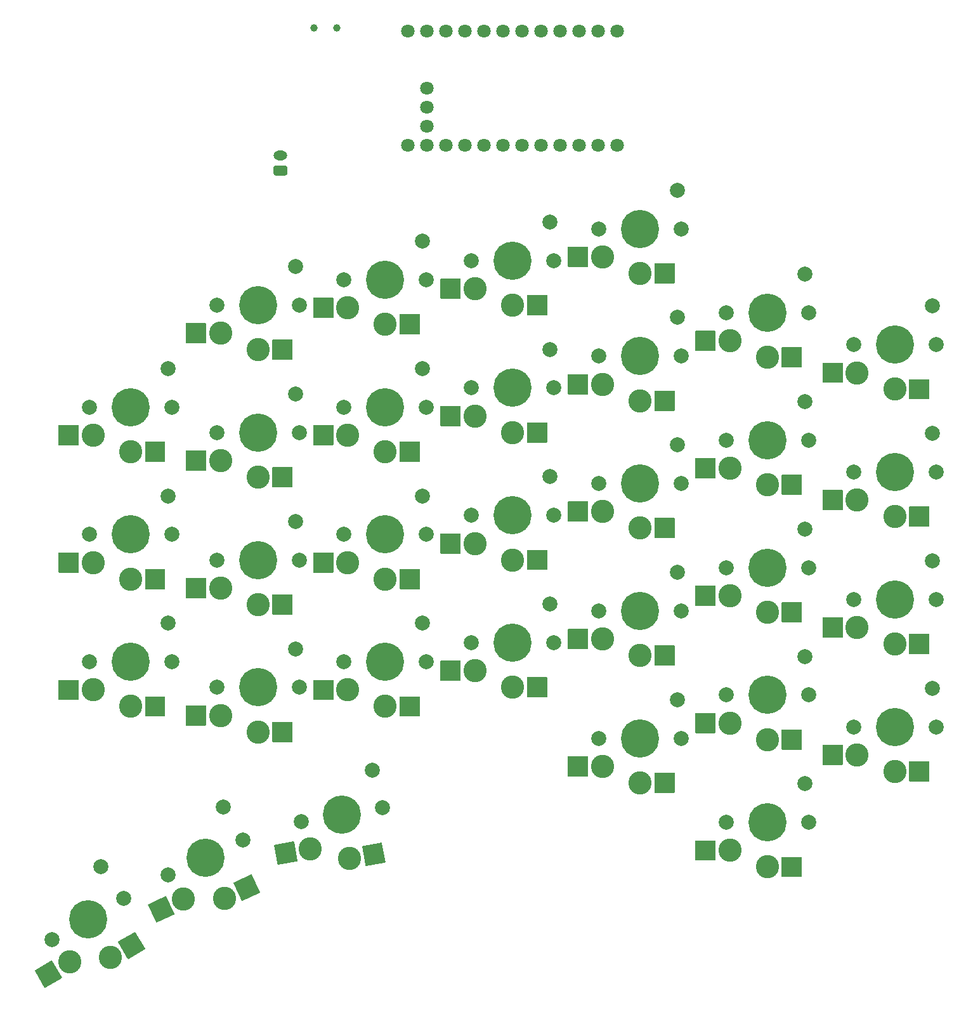
<source format=gbs>
G04 #@! TF.GenerationSoftware,KiCad,Pcbnew,9.0.7+1*
G04 #@! TF.CreationDate,2026-02-15T05:04:06+00:00*
G04 #@! TF.ProjectId,right_pcb,72696768-745f-4706-9362-2e6b69636164,v0.2*
G04 #@! TF.SameCoordinates,Original*
G04 #@! TF.FileFunction,Soldermask,Bot*
G04 #@! TF.FilePolarity,Negative*
%FSLAX46Y46*%
G04 Gerber Fmt 4.6, Leading zero omitted, Abs format (unit mm)*
G04 Created by KiCad (PCBNEW 9.0.7+1) date 2026-02-15 05:04:06*
%MOMM*%
%LPD*%
G01*
G04 APERTURE LIST*
%ADD10C,5.100000*%
%ADD11C,2.000000*%
%ADD12C,3.100000*%
%ADD13C,1.800000*%
%ADD14O,1.850000X1.300000*%
%ADD15C,1.000000*%
G04 APERTURE END LIST*
D10*
X305000000Y-133000000D03*
D11*
X299500000Y-133000000D03*
X310500000Y-133000000D03*
X310000000Y-127850000D03*
D12*
X305000000Y-138950000D03*
G36*
G01*
X309625000Y-137650000D02*
X309625000Y-140250000D01*
G75*
G02*
X309575000Y-140300000I-50000J0D01*
G01*
X306975000Y-140300000D01*
G75*
G02*
X306925000Y-140250000I0J50000D01*
G01*
X306925000Y-137650000D01*
G75*
G02*
X306975000Y-137600000I50000J0D01*
G01*
X309575000Y-137600000D01*
G75*
G02*
X309625000Y-137650000I0J-50000D01*
G01*
G37*
G36*
G01*
X298075000Y-135450000D02*
X298075000Y-138050000D01*
G75*
G02*
X298025000Y-138100000I-50000J0D01*
G01*
X295425000Y-138100000D01*
G75*
G02*
X295375000Y-138050000I0J50000D01*
G01*
X295375000Y-135450000D01*
G75*
G02*
X295425000Y-135400000I50000J0D01*
G01*
X298025000Y-135400000D01*
G75*
G02*
X298075000Y-135450000I0J-50000D01*
G01*
G37*
X300000000Y-136750000D03*
D10*
X305000000Y-116000000D03*
D11*
X299500000Y-116000000D03*
X310500000Y-116000000D03*
X310000000Y-110850000D03*
D12*
X305000000Y-121950000D03*
G36*
G01*
X309625000Y-120650000D02*
X309625000Y-123250000D01*
G75*
G02*
X309575000Y-123300000I-50000J0D01*
G01*
X306975000Y-123300000D01*
G75*
G02*
X306925000Y-123250000I0J50000D01*
G01*
X306925000Y-120650000D01*
G75*
G02*
X306975000Y-120600000I50000J0D01*
G01*
X309575000Y-120600000D01*
G75*
G02*
X309625000Y-120650000I0J-50000D01*
G01*
G37*
G36*
G01*
X298075000Y-118450000D02*
X298075000Y-121050000D01*
G75*
G02*
X298025000Y-121100000I-50000J0D01*
G01*
X295425000Y-121100000D01*
G75*
G02*
X295375000Y-121050000I0J50000D01*
G01*
X295375000Y-118450000D01*
G75*
G02*
X295425000Y-118400000I50000J0D01*
G01*
X298025000Y-118400000D01*
G75*
G02*
X298075000Y-118450000I0J-50000D01*
G01*
G37*
X300000000Y-119750000D03*
D10*
X305000000Y-99000000D03*
D11*
X299500000Y-99000000D03*
X310500000Y-99000000D03*
X310000000Y-93850000D03*
D12*
X305000000Y-104950000D03*
G36*
G01*
X309625000Y-103650000D02*
X309625000Y-106250000D01*
G75*
G02*
X309575000Y-106300000I-50000J0D01*
G01*
X306975000Y-106300000D01*
G75*
G02*
X306925000Y-106250000I0J50000D01*
G01*
X306925000Y-103650000D01*
G75*
G02*
X306975000Y-103600000I50000J0D01*
G01*
X309575000Y-103600000D01*
G75*
G02*
X309625000Y-103650000I0J-50000D01*
G01*
G37*
G36*
G01*
X298075000Y-101450000D02*
X298075000Y-104050000D01*
G75*
G02*
X298025000Y-104100000I-50000J0D01*
G01*
X295425000Y-104100000D01*
G75*
G02*
X295375000Y-104050000I0J50000D01*
G01*
X295375000Y-101450000D01*
G75*
G02*
X295425000Y-101400000I50000J0D01*
G01*
X298025000Y-101400000D01*
G75*
G02*
X298075000Y-101450000I0J-50000D01*
G01*
G37*
X300000000Y-102750000D03*
D10*
X305000000Y-82000000D03*
D11*
X299500000Y-82000000D03*
X310500000Y-82000000D03*
X310000000Y-76850000D03*
D12*
X305000000Y-87950000D03*
G36*
G01*
X309625000Y-86650000D02*
X309625000Y-89250000D01*
G75*
G02*
X309575000Y-89300000I-50000J0D01*
G01*
X306975000Y-89300000D01*
G75*
G02*
X306925000Y-89250000I0J50000D01*
G01*
X306925000Y-86650000D01*
G75*
G02*
X306975000Y-86600000I50000J0D01*
G01*
X309575000Y-86600000D01*
G75*
G02*
X309625000Y-86650000I0J-50000D01*
G01*
G37*
G36*
G01*
X298075000Y-84450000D02*
X298075000Y-87050000D01*
G75*
G02*
X298025000Y-87100000I-50000J0D01*
G01*
X295425000Y-87100000D01*
G75*
G02*
X295375000Y-87050000I0J50000D01*
G01*
X295375000Y-84450000D01*
G75*
G02*
X295425000Y-84400000I50000J0D01*
G01*
X298025000Y-84400000D01*
G75*
G02*
X298075000Y-84450000I0J-50000D01*
G01*
G37*
X300000000Y-85750000D03*
D10*
X288000000Y-145750000D03*
D11*
X282500000Y-145750000D03*
X293500000Y-145750000D03*
X293000000Y-140600000D03*
D12*
X288000000Y-151700000D03*
G36*
G01*
X292625000Y-150400000D02*
X292625000Y-153000000D01*
G75*
G02*
X292575000Y-153050000I-50000J0D01*
G01*
X289975000Y-153050000D01*
G75*
G02*
X289925000Y-153000000I0J50000D01*
G01*
X289925000Y-150400000D01*
G75*
G02*
X289975000Y-150350000I50000J0D01*
G01*
X292575000Y-150350000D01*
G75*
G02*
X292625000Y-150400000I0J-50000D01*
G01*
G37*
G36*
G01*
X281075000Y-148200000D02*
X281075000Y-150800000D01*
G75*
G02*
X281025000Y-150850000I-50000J0D01*
G01*
X278425000Y-150850000D01*
G75*
G02*
X278375000Y-150800000I0J50000D01*
G01*
X278375000Y-148200000D01*
G75*
G02*
X278425000Y-148150000I50000J0D01*
G01*
X281025000Y-148150000D01*
G75*
G02*
X281075000Y-148200000I0J-50000D01*
G01*
G37*
X283000000Y-149500000D03*
D10*
X288000000Y-128750000D03*
D11*
X282500000Y-128750000D03*
X293500000Y-128750000D03*
X293000000Y-123600000D03*
D12*
X288000000Y-134700000D03*
G36*
G01*
X292625000Y-133400000D02*
X292625000Y-136000000D01*
G75*
G02*
X292575000Y-136050000I-50000J0D01*
G01*
X289975000Y-136050000D01*
G75*
G02*
X289925000Y-136000000I0J50000D01*
G01*
X289925000Y-133400000D01*
G75*
G02*
X289975000Y-133350000I50000J0D01*
G01*
X292575000Y-133350000D01*
G75*
G02*
X292625000Y-133400000I0J-50000D01*
G01*
G37*
G36*
G01*
X281075000Y-131200000D02*
X281075000Y-133800000D01*
G75*
G02*
X281025000Y-133850000I-50000J0D01*
G01*
X278425000Y-133850000D01*
G75*
G02*
X278375000Y-133800000I0J50000D01*
G01*
X278375000Y-131200000D01*
G75*
G02*
X278425000Y-131150000I50000J0D01*
G01*
X281025000Y-131150000D01*
G75*
G02*
X281075000Y-131200000I0J-50000D01*
G01*
G37*
X283000000Y-132500000D03*
D10*
X288000000Y-111750000D03*
D11*
X282500000Y-111750000D03*
X293500000Y-111750000D03*
X293000000Y-106600000D03*
D12*
X288000000Y-117700000D03*
G36*
G01*
X292625000Y-116400000D02*
X292625000Y-119000000D01*
G75*
G02*
X292575000Y-119050000I-50000J0D01*
G01*
X289975000Y-119050000D01*
G75*
G02*
X289925000Y-119000000I0J50000D01*
G01*
X289925000Y-116400000D01*
G75*
G02*
X289975000Y-116350000I50000J0D01*
G01*
X292575000Y-116350000D01*
G75*
G02*
X292625000Y-116400000I0J-50000D01*
G01*
G37*
G36*
G01*
X281075000Y-114200000D02*
X281075000Y-116800000D01*
G75*
G02*
X281025000Y-116850000I-50000J0D01*
G01*
X278425000Y-116850000D01*
G75*
G02*
X278375000Y-116800000I0J50000D01*
G01*
X278375000Y-114200000D01*
G75*
G02*
X278425000Y-114150000I50000J0D01*
G01*
X281025000Y-114150000D01*
G75*
G02*
X281075000Y-114200000I0J-50000D01*
G01*
G37*
X283000000Y-115500000D03*
D10*
X288000000Y-94750000D03*
D11*
X282500000Y-94750000D03*
X293500000Y-94750000D03*
X293000000Y-89600000D03*
D12*
X288000000Y-100700000D03*
G36*
G01*
X292625000Y-99400000D02*
X292625000Y-102000000D01*
G75*
G02*
X292575000Y-102050000I-50000J0D01*
G01*
X289975000Y-102050000D01*
G75*
G02*
X289925000Y-102000000I0J50000D01*
G01*
X289925000Y-99400000D01*
G75*
G02*
X289975000Y-99350000I50000J0D01*
G01*
X292575000Y-99350000D01*
G75*
G02*
X292625000Y-99400000I0J-50000D01*
G01*
G37*
G36*
G01*
X281075000Y-97200000D02*
X281075000Y-99800000D01*
G75*
G02*
X281025000Y-99850000I-50000J0D01*
G01*
X278425000Y-99850000D01*
G75*
G02*
X278375000Y-99800000I0J50000D01*
G01*
X278375000Y-97200000D01*
G75*
G02*
X278425000Y-97150000I50000J0D01*
G01*
X281025000Y-97150000D01*
G75*
G02*
X281075000Y-97200000I0J-50000D01*
G01*
G37*
X283000000Y-98500000D03*
D10*
X288000000Y-77750000D03*
D11*
X282500000Y-77750000D03*
X293500000Y-77750000D03*
X293000000Y-72600000D03*
D12*
X288000000Y-83700000D03*
G36*
G01*
X292625000Y-82400000D02*
X292625000Y-85000000D01*
G75*
G02*
X292575000Y-85050000I-50000J0D01*
G01*
X289975000Y-85050000D01*
G75*
G02*
X289925000Y-85000000I0J50000D01*
G01*
X289925000Y-82400000D01*
G75*
G02*
X289975000Y-82350000I50000J0D01*
G01*
X292575000Y-82350000D01*
G75*
G02*
X292625000Y-82400000I0J-50000D01*
G01*
G37*
G36*
G01*
X281075000Y-80200000D02*
X281075000Y-82800000D01*
G75*
G02*
X281025000Y-82850000I-50000J0D01*
G01*
X278425000Y-82850000D01*
G75*
G02*
X278375000Y-82800000I0J50000D01*
G01*
X278375000Y-80200000D01*
G75*
G02*
X278425000Y-80150000I50000J0D01*
G01*
X281025000Y-80150000D01*
G75*
G02*
X281075000Y-80200000I0J-50000D01*
G01*
G37*
X283000000Y-81500000D03*
D10*
X271000000Y-134530000D03*
D11*
X265500000Y-134530000D03*
X276500000Y-134530000D03*
X276000000Y-129380000D03*
D12*
X271000000Y-140480000D03*
G36*
G01*
X275625000Y-139180000D02*
X275625000Y-141780000D01*
G75*
G02*
X275575000Y-141830000I-50000J0D01*
G01*
X272975000Y-141830000D01*
G75*
G02*
X272925000Y-141780000I0J50000D01*
G01*
X272925000Y-139180000D01*
G75*
G02*
X272975000Y-139130000I50000J0D01*
G01*
X275575000Y-139130000D01*
G75*
G02*
X275625000Y-139180000I0J-50000D01*
G01*
G37*
G36*
G01*
X264075000Y-136980000D02*
X264075000Y-139580000D01*
G75*
G02*
X264025000Y-139630000I-50000J0D01*
G01*
X261425000Y-139630000D01*
G75*
G02*
X261375000Y-139580000I0J50000D01*
G01*
X261375000Y-136980000D01*
G75*
G02*
X261425000Y-136930000I50000J0D01*
G01*
X264025000Y-136930000D01*
G75*
G02*
X264075000Y-136980000I0J-50000D01*
G01*
G37*
X266000000Y-138280000D03*
D10*
X271000000Y-117530000D03*
D11*
X265500000Y-117530000D03*
X276500000Y-117530000D03*
X276000000Y-112380000D03*
D12*
X271000000Y-123480000D03*
G36*
G01*
X275625000Y-122180000D02*
X275625000Y-124780000D01*
G75*
G02*
X275575000Y-124830000I-50000J0D01*
G01*
X272975000Y-124830000D01*
G75*
G02*
X272925000Y-124780000I0J50000D01*
G01*
X272925000Y-122180000D01*
G75*
G02*
X272975000Y-122130000I50000J0D01*
G01*
X275575000Y-122130000D01*
G75*
G02*
X275625000Y-122180000I0J-50000D01*
G01*
G37*
G36*
G01*
X264075000Y-119980000D02*
X264075000Y-122580000D01*
G75*
G02*
X264025000Y-122630000I-50000J0D01*
G01*
X261425000Y-122630000D01*
G75*
G02*
X261375000Y-122580000I0J50000D01*
G01*
X261375000Y-119980000D01*
G75*
G02*
X261425000Y-119930000I50000J0D01*
G01*
X264025000Y-119930000D01*
G75*
G02*
X264075000Y-119980000I0J-50000D01*
G01*
G37*
X266000000Y-121280000D03*
D10*
X271000000Y-100530000D03*
D11*
X265500000Y-100530000D03*
X276500000Y-100530000D03*
X276000000Y-95380000D03*
D12*
X271000000Y-106480000D03*
G36*
G01*
X275625000Y-105180000D02*
X275625000Y-107780000D01*
G75*
G02*
X275575000Y-107830000I-50000J0D01*
G01*
X272975000Y-107830000D01*
G75*
G02*
X272925000Y-107780000I0J50000D01*
G01*
X272925000Y-105180000D01*
G75*
G02*
X272975000Y-105130000I50000J0D01*
G01*
X275575000Y-105130000D01*
G75*
G02*
X275625000Y-105180000I0J-50000D01*
G01*
G37*
G36*
G01*
X264075000Y-102980000D02*
X264075000Y-105580000D01*
G75*
G02*
X264025000Y-105630000I-50000J0D01*
G01*
X261425000Y-105630000D01*
G75*
G02*
X261375000Y-105580000I0J50000D01*
G01*
X261375000Y-102980000D01*
G75*
G02*
X261425000Y-102930000I50000J0D01*
G01*
X264025000Y-102930000D01*
G75*
G02*
X264075000Y-102980000I0J-50000D01*
G01*
G37*
X266000000Y-104280000D03*
D10*
X271000000Y-83530000D03*
D11*
X265500000Y-83530000D03*
X276500000Y-83530000D03*
X276000000Y-78380000D03*
D12*
X271000000Y-89480000D03*
G36*
G01*
X275625000Y-88180000D02*
X275625000Y-90780000D01*
G75*
G02*
X275575000Y-90830000I-50000J0D01*
G01*
X272975000Y-90830000D01*
G75*
G02*
X272925000Y-90780000I0J50000D01*
G01*
X272925000Y-88180000D01*
G75*
G02*
X272975000Y-88130000I50000J0D01*
G01*
X275575000Y-88130000D01*
G75*
G02*
X275625000Y-88180000I0J-50000D01*
G01*
G37*
G36*
G01*
X264075000Y-85980000D02*
X264075000Y-88580000D01*
G75*
G02*
X264025000Y-88630000I-50000J0D01*
G01*
X261425000Y-88630000D01*
G75*
G02*
X261375000Y-88580000I0J50000D01*
G01*
X261375000Y-85980000D01*
G75*
G02*
X261425000Y-85930000I50000J0D01*
G01*
X264025000Y-85930000D01*
G75*
G02*
X264075000Y-85980000I0J-50000D01*
G01*
G37*
X266000000Y-87280000D03*
D10*
X271000000Y-66530000D03*
D11*
X265500000Y-66530000D03*
X276500000Y-66530000D03*
X276000000Y-61380000D03*
D12*
X271000000Y-72480000D03*
G36*
G01*
X275625000Y-71180000D02*
X275625000Y-73780000D01*
G75*
G02*
X275575000Y-73830000I-50000J0D01*
G01*
X272975000Y-73830000D01*
G75*
G02*
X272925000Y-73780000I0J50000D01*
G01*
X272925000Y-71180000D01*
G75*
G02*
X272975000Y-71130000I50000J0D01*
G01*
X275575000Y-71130000D01*
G75*
G02*
X275625000Y-71180000I0J-50000D01*
G01*
G37*
G36*
G01*
X264075000Y-68980000D02*
X264075000Y-71580000D01*
G75*
G02*
X264025000Y-71630000I-50000J0D01*
G01*
X261425000Y-71630000D01*
G75*
G02*
X261375000Y-71580000I0J50000D01*
G01*
X261375000Y-68980000D01*
G75*
G02*
X261425000Y-68930000I50000J0D01*
G01*
X264025000Y-68930000D01*
G75*
G02*
X264075000Y-68980000I0J-50000D01*
G01*
G37*
X266000000Y-70280000D03*
D10*
X254000000Y-121780000D03*
D11*
X248500000Y-121780000D03*
X259500000Y-121780000D03*
X259000000Y-116630000D03*
D12*
X254000000Y-127730000D03*
G36*
G01*
X258625000Y-126430000D02*
X258625000Y-129030000D01*
G75*
G02*
X258575000Y-129080000I-50000J0D01*
G01*
X255975000Y-129080000D01*
G75*
G02*
X255925000Y-129030000I0J50000D01*
G01*
X255925000Y-126430000D01*
G75*
G02*
X255975000Y-126380000I50000J0D01*
G01*
X258575000Y-126380000D01*
G75*
G02*
X258625000Y-126430000I0J-50000D01*
G01*
G37*
G36*
G01*
X247075000Y-124230000D02*
X247075000Y-126830000D01*
G75*
G02*
X247025000Y-126880000I-50000J0D01*
G01*
X244425000Y-126880000D01*
G75*
G02*
X244375000Y-126830000I0J50000D01*
G01*
X244375000Y-124230000D01*
G75*
G02*
X244425000Y-124180000I50000J0D01*
G01*
X247025000Y-124180000D01*
G75*
G02*
X247075000Y-124230000I0J-50000D01*
G01*
G37*
X249000000Y-125530000D03*
D10*
X254000000Y-104780000D03*
D11*
X248500000Y-104780000D03*
X259500000Y-104780000D03*
X259000000Y-99630000D03*
D12*
X254000000Y-110730000D03*
G36*
G01*
X258625000Y-109430000D02*
X258625000Y-112030000D01*
G75*
G02*
X258575000Y-112080000I-50000J0D01*
G01*
X255975000Y-112080000D01*
G75*
G02*
X255925000Y-112030000I0J50000D01*
G01*
X255925000Y-109430000D01*
G75*
G02*
X255975000Y-109380000I50000J0D01*
G01*
X258575000Y-109380000D01*
G75*
G02*
X258625000Y-109430000I0J-50000D01*
G01*
G37*
G36*
G01*
X247075000Y-107230000D02*
X247075000Y-109830000D01*
G75*
G02*
X247025000Y-109880000I-50000J0D01*
G01*
X244425000Y-109880000D01*
G75*
G02*
X244375000Y-109830000I0J50000D01*
G01*
X244375000Y-107230000D01*
G75*
G02*
X244425000Y-107180000I50000J0D01*
G01*
X247025000Y-107180000D01*
G75*
G02*
X247075000Y-107230000I0J-50000D01*
G01*
G37*
X249000000Y-108530000D03*
D10*
X254000000Y-87780000D03*
D11*
X248500000Y-87780000D03*
X259500000Y-87780000D03*
X259000000Y-82630000D03*
D12*
X254000000Y-93730000D03*
G36*
G01*
X258625000Y-92430000D02*
X258625000Y-95030000D01*
G75*
G02*
X258575000Y-95080000I-50000J0D01*
G01*
X255975000Y-95080000D01*
G75*
G02*
X255925000Y-95030000I0J50000D01*
G01*
X255925000Y-92430000D01*
G75*
G02*
X255975000Y-92380000I50000J0D01*
G01*
X258575000Y-92380000D01*
G75*
G02*
X258625000Y-92430000I0J-50000D01*
G01*
G37*
G36*
G01*
X247075000Y-90230000D02*
X247075000Y-92830000D01*
G75*
G02*
X247025000Y-92880000I-50000J0D01*
G01*
X244425000Y-92880000D01*
G75*
G02*
X244375000Y-92830000I0J50000D01*
G01*
X244375000Y-90230000D01*
G75*
G02*
X244425000Y-90180000I50000J0D01*
G01*
X247025000Y-90180000D01*
G75*
G02*
X247075000Y-90230000I0J-50000D01*
G01*
G37*
X249000000Y-91530000D03*
D10*
X254000000Y-70780000D03*
D11*
X248500000Y-70780000D03*
X259500000Y-70780000D03*
X259000000Y-65630000D03*
D12*
X254000000Y-76730000D03*
G36*
G01*
X258625000Y-75430000D02*
X258625000Y-78030000D01*
G75*
G02*
X258575000Y-78080000I-50000J0D01*
G01*
X255975000Y-78080000D01*
G75*
G02*
X255925000Y-78030000I0J50000D01*
G01*
X255925000Y-75430000D01*
G75*
G02*
X255975000Y-75380000I50000J0D01*
G01*
X258575000Y-75380000D01*
G75*
G02*
X258625000Y-75430000I0J-50000D01*
G01*
G37*
G36*
G01*
X247075000Y-73230000D02*
X247075000Y-75830000D01*
G75*
G02*
X247025000Y-75880000I-50000J0D01*
G01*
X244425000Y-75880000D01*
G75*
G02*
X244375000Y-75830000I0J50000D01*
G01*
X244375000Y-73230000D01*
G75*
G02*
X244425000Y-73180000I50000J0D01*
G01*
X247025000Y-73180000D01*
G75*
G02*
X247075000Y-73230000I0J-50000D01*
G01*
G37*
X249000000Y-74530000D03*
D10*
X237000000Y-124330000D03*
D11*
X231500000Y-124330000D03*
X242500000Y-124330000D03*
X242000000Y-119180000D03*
D12*
X237000000Y-130280000D03*
G36*
G01*
X241625000Y-128980000D02*
X241625000Y-131580000D01*
G75*
G02*
X241575000Y-131630000I-50000J0D01*
G01*
X238975000Y-131630000D01*
G75*
G02*
X238925000Y-131580000I0J50000D01*
G01*
X238925000Y-128980000D01*
G75*
G02*
X238975000Y-128930000I50000J0D01*
G01*
X241575000Y-128930000D01*
G75*
G02*
X241625000Y-128980000I0J-50000D01*
G01*
G37*
G36*
G01*
X230075000Y-126780000D02*
X230075000Y-129380000D01*
G75*
G02*
X230025000Y-129430000I-50000J0D01*
G01*
X227425000Y-129430000D01*
G75*
G02*
X227375000Y-129380000I0J50000D01*
G01*
X227375000Y-126780000D01*
G75*
G02*
X227425000Y-126730000I50000J0D01*
G01*
X230025000Y-126730000D01*
G75*
G02*
X230075000Y-126780000I0J-50000D01*
G01*
G37*
X232000000Y-128080000D03*
D10*
X237000000Y-107330000D03*
D11*
X231500000Y-107330000D03*
X242500000Y-107330000D03*
X242000000Y-102180000D03*
D12*
X237000000Y-113280000D03*
G36*
G01*
X241625000Y-111980000D02*
X241625000Y-114580000D01*
G75*
G02*
X241575000Y-114630000I-50000J0D01*
G01*
X238975000Y-114630000D01*
G75*
G02*
X238925000Y-114580000I0J50000D01*
G01*
X238925000Y-111980000D01*
G75*
G02*
X238975000Y-111930000I50000J0D01*
G01*
X241575000Y-111930000D01*
G75*
G02*
X241625000Y-111980000I0J-50000D01*
G01*
G37*
G36*
G01*
X230075000Y-109780000D02*
X230075000Y-112380000D01*
G75*
G02*
X230025000Y-112430000I-50000J0D01*
G01*
X227425000Y-112430000D01*
G75*
G02*
X227375000Y-112380000I0J50000D01*
G01*
X227375000Y-109780000D01*
G75*
G02*
X227425000Y-109730000I50000J0D01*
G01*
X230025000Y-109730000D01*
G75*
G02*
X230075000Y-109780000I0J-50000D01*
G01*
G37*
X232000000Y-111080000D03*
D10*
X237000000Y-90330000D03*
D11*
X231500000Y-90330000D03*
X242500000Y-90330000D03*
X242000000Y-85180000D03*
D12*
X237000000Y-96280000D03*
G36*
G01*
X241625000Y-94980000D02*
X241625000Y-97580000D01*
G75*
G02*
X241575000Y-97630000I-50000J0D01*
G01*
X238975000Y-97630000D01*
G75*
G02*
X238925000Y-97580000I0J50000D01*
G01*
X238925000Y-94980000D01*
G75*
G02*
X238975000Y-94930000I50000J0D01*
G01*
X241575000Y-94930000D01*
G75*
G02*
X241625000Y-94980000I0J-50000D01*
G01*
G37*
G36*
G01*
X230075000Y-92780000D02*
X230075000Y-95380000D01*
G75*
G02*
X230025000Y-95430000I-50000J0D01*
G01*
X227425000Y-95430000D01*
G75*
G02*
X227375000Y-95380000I0J50000D01*
G01*
X227375000Y-92780000D01*
G75*
G02*
X227425000Y-92730000I50000J0D01*
G01*
X230025000Y-92730000D01*
G75*
G02*
X230075000Y-92780000I0J-50000D01*
G01*
G37*
X232000000Y-94080000D03*
D10*
X237000000Y-73330000D03*
D11*
X231500000Y-73330000D03*
X242500000Y-73330000D03*
X242000000Y-68180000D03*
D12*
X237000000Y-79280000D03*
G36*
G01*
X241625000Y-77980000D02*
X241625000Y-80580000D01*
G75*
G02*
X241575000Y-80630000I-50000J0D01*
G01*
X238975000Y-80630000D01*
G75*
G02*
X238925000Y-80580000I0J50000D01*
G01*
X238925000Y-77980000D01*
G75*
G02*
X238975000Y-77930000I50000J0D01*
G01*
X241575000Y-77930000D01*
G75*
G02*
X241625000Y-77980000I0J-50000D01*
G01*
G37*
G36*
G01*
X230075000Y-75780000D02*
X230075000Y-78380000D01*
G75*
G02*
X230025000Y-78430000I-50000J0D01*
G01*
X227425000Y-78430000D01*
G75*
G02*
X227375000Y-78380000I0J50000D01*
G01*
X227375000Y-75780000D01*
G75*
G02*
X227425000Y-75730000I50000J0D01*
G01*
X230025000Y-75730000D01*
G75*
G02*
X230075000Y-75780000I0J-50000D01*
G01*
G37*
X232000000Y-77080000D03*
D10*
X220000000Y-127730000D03*
D11*
X214500000Y-127730000D03*
X225500000Y-127730000D03*
X225000000Y-122580000D03*
D12*
X220000000Y-133680000D03*
G36*
G01*
X224625000Y-132380000D02*
X224625000Y-134980000D01*
G75*
G02*
X224575000Y-135030000I-50000J0D01*
G01*
X221975000Y-135030000D01*
G75*
G02*
X221925000Y-134980000I0J50000D01*
G01*
X221925000Y-132380000D01*
G75*
G02*
X221975000Y-132330000I50000J0D01*
G01*
X224575000Y-132330000D01*
G75*
G02*
X224625000Y-132380000I0J-50000D01*
G01*
G37*
G36*
G01*
X213075000Y-130180000D02*
X213075000Y-132780000D01*
G75*
G02*
X213025000Y-132830000I-50000J0D01*
G01*
X210425000Y-132830000D01*
G75*
G02*
X210375000Y-132780000I0J50000D01*
G01*
X210375000Y-130180000D01*
G75*
G02*
X210425000Y-130130000I50000J0D01*
G01*
X213025000Y-130130000D01*
G75*
G02*
X213075000Y-130180000I0J-50000D01*
G01*
G37*
X215000000Y-131480000D03*
D10*
X220000000Y-110730000D03*
D11*
X214500000Y-110730000D03*
X225500000Y-110730000D03*
X225000000Y-105580000D03*
D12*
X220000000Y-116680000D03*
G36*
G01*
X224625000Y-115380000D02*
X224625000Y-117980000D01*
G75*
G02*
X224575000Y-118030000I-50000J0D01*
G01*
X221975000Y-118030000D01*
G75*
G02*
X221925000Y-117980000I0J50000D01*
G01*
X221925000Y-115380000D01*
G75*
G02*
X221975000Y-115330000I50000J0D01*
G01*
X224575000Y-115330000D01*
G75*
G02*
X224625000Y-115380000I0J-50000D01*
G01*
G37*
G36*
G01*
X213075000Y-113180000D02*
X213075000Y-115780000D01*
G75*
G02*
X213025000Y-115830000I-50000J0D01*
G01*
X210425000Y-115830000D01*
G75*
G02*
X210375000Y-115780000I0J50000D01*
G01*
X210375000Y-113180000D01*
G75*
G02*
X210425000Y-113130000I50000J0D01*
G01*
X213025000Y-113130000D01*
G75*
G02*
X213075000Y-113180000I0J-50000D01*
G01*
G37*
X215000000Y-114480000D03*
D10*
X220000000Y-93730000D03*
D11*
X214500000Y-93730000D03*
X225500000Y-93730000D03*
X225000000Y-88580000D03*
D12*
X220000000Y-99680000D03*
G36*
G01*
X224625000Y-98380000D02*
X224625000Y-100980000D01*
G75*
G02*
X224575000Y-101030000I-50000J0D01*
G01*
X221975000Y-101030000D01*
G75*
G02*
X221925000Y-100980000I0J50000D01*
G01*
X221925000Y-98380000D01*
G75*
G02*
X221975000Y-98330000I50000J0D01*
G01*
X224575000Y-98330000D01*
G75*
G02*
X224625000Y-98380000I0J-50000D01*
G01*
G37*
G36*
G01*
X213075000Y-96180000D02*
X213075000Y-98780000D01*
G75*
G02*
X213025000Y-98830000I-50000J0D01*
G01*
X210425000Y-98830000D01*
G75*
G02*
X210375000Y-98780000I0J50000D01*
G01*
X210375000Y-96180000D01*
G75*
G02*
X210425000Y-96130000I50000J0D01*
G01*
X213025000Y-96130000D01*
G75*
G02*
X213075000Y-96180000I0J-50000D01*
G01*
G37*
X215000000Y-97480000D03*
D10*
X220000000Y-76730000D03*
D11*
X214500000Y-76730000D03*
X225500000Y-76730000D03*
X225000000Y-71580000D03*
D12*
X220000000Y-82680000D03*
G36*
G01*
X224625000Y-81380000D02*
X224625000Y-83980000D01*
G75*
G02*
X224575000Y-84030000I-50000J0D01*
G01*
X221975000Y-84030000D01*
G75*
G02*
X221925000Y-83980000I0J50000D01*
G01*
X221925000Y-81380000D01*
G75*
G02*
X221975000Y-81330000I50000J0D01*
G01*
X224575000Y-81330000D01*
G75*
G02*
X224625000Y-81380000I0J-50000D01*
G01*
G37*
G36*
G01*
X213075000Y-79180000D02*
X213075000Y-81780000D01*
G75*
G02*
X213025000Y-81830000I-50000J0D01*
G01*
X210425000Y-81830000D01*
G75*
G02*
X210375000Y-81780000I0J50000D01*
G01*
X210375000Y-79180000D01*
G75*
G02*
X210425000Y-79130000I50000J0D01*
G01*
X213025000Y-79130000D01*
G75*
G02*
X213075000Y-79180000I0J-50000D01*
G01*
G37*
X215000000Y-80480000D03*
D10*
X203000000Y-124330000D03*
D11*
X197500000Y-124330000D03*
X208500000Y-124330000D03*
X208000000Y-119180000D03*
D12*
X203000000Y-130280000D03*
G36*
G01*
X207625000Y-128980000D02*
X207625000Y-131580000D01*
G75*
G02*
X207575000Y-131630000I-50000J0D01*
G01*
X204975000Y-131630000D01*
G75*
G02*
X204925000Y-131580000I0J50000D01*
G01*
X204925000Y-128980000D01*
G75*
G02*
X204975000Y-128930000I50000J0D01*
G01*
X207575000Y-128930000D01*
G75*
G02*
X207625000Y-128980000I0J-50000D01*
G01*
G37*
G36*
G01*
X196075000Y-126780000D02*
X196075000Y-129380000D01*
G75*
G02*
X196025000Y-129430000I-50000J0D01*
G01*
X193425000Y-129430000D01*
G75*
G02*
X193375000Y-129380000I0J50000D01*
G01*
X193375000Y-126780000D01*
G75*
G02*
X193425000Y-126730000I50000J0D01*
G01*
X196025000Y-126730000D01*
G75*
G02*
X196075000Y-126780000I0J-50000D01*
G01*
G37*
X198000000Y-128080000D03*
D10*
X203000000Y-107330000D03*
D11*
X197500000Y-107330000D03*
X208500000Y-107330000D03*
X208000000Y-102180000D03*
D12*
X203000000Y-113280000D03*
G36*
G01*
X207625000Y-111980000D02*
X207625000Y-114580000D01*
G75*
G02*
X207575000Y-114630000I-50000J0D01*
G01*
X204975000Y-114630000D01*
G75*
G02*
X204925000Y-114580000I0J50000D01*
G01*
X204925000Y-111980000D01*
G75*
G02*
X204975000Y-111930000I50000J0D01*
G01*
X207575000Y-111930000D01*
G75*
G02*
X207625000Y-111980000I0J-50000D01*
G01*
G37*
G36*
G01*
X196075000Y-109780000D02*
X196075000Y-112380000D01*
G75*
G02*
X196025000Y-112430000I-50000J0D01*
G01*
X193425000Y-112430000D01*
G75*
G02*
X193375000Y-112380000I0J50000D01*
G01*
X193375000Y-109780000D01*
G75*
G02*
X193425000Y-109730000I50000J0D01*
G01*
X196025000Y-109730000D01*
G75*
G02*
X196075000Y-109780000I0J-50000D01*
G01*
G37*
X198000000Y-111080000D03*
D10*
X203000000Y-90330000D03*
D11*
X197500000Y-90330000D03*
X208500000Y-90330000D03*
X208000000Y-85180000D03*
D12*
X203000000Y-96280000D03*
G36*
G01*
X207625000Y-94980000D02*
X207625000Y-97580000D01*
G75*
G02*
X207575000Y-97630000I-50000J0D01*
G01*
X204975000Y-97630000D01*
G75*
G02*
X204925000Y-97580000I0J50000D01*
G01*
X204925000Y-94980000D01*
G75*
G02*
X204975000Y-94930000I50000J0D01*
G01*
X207575000Y-94930000D01*
G75*
G02*
X207625000Y-94980000I0J-50000D01*
G01*
G37*
G36*
G01*
X196075000Y-92780000D02*
X196075000Y-95380000D01*
G75*
G02*
X196025000Y-95430000I-50000J0D01*
G01*
X193425000Y-95430000D01*
G75*
G02*
X193375000Y-95380000I0J50000D01*
G01*
X193375000Y-92780000D01*
G75*
G02*
X193425000Y-92730000I50000J0D01*
G01*
X196025000Y-92730000D01*
G75*
G02*
X196075000Y-92780000I0J-50000D01*
G01*
G37*
X198000000Y-94080000D03*
D10*
X231220000Y-144730000D03*
D11*
X225803557Y-145685065D03*
X236636443Y-143774935D03*
X235249751Y-138789999D03*
D12*
X232253207Y-150589606D03*
G36*
G01*
X236582199Y-148506233D02*
X237033685Y-151066733D01*
G75*
G02*
X236993127Y-151124655I-49240J-8682D01*
G01*
X234432627Y-151576141D01*
G75*
G02*
X234374705Y-151535583I-8682J49240D01*
G01*
X233923219Y-148975083D01*
G75*
G02*
X233963777Y-148917161I49240J8682D01*
G01*
X236524277Y-148465675D01*
G75*
G02*
X236582199Y-148506233I8682J-49240D01*
G01*
G37*
G36*
G01*
X224825644Y-148345293D02*
X225277130Y-150905793D01*
G75*
G02*
X225236572Y-150963715I-49240J-8682D01*
G01*
X222676072Y-151415201D01*
G75*
G02*
X222618150Y-151374643I-8682J49240D01*
G01*
X222166664Y-148814143D01*
G75*
G02*
X222207222Y-148756221I49240J8682D01*
G01*
X224767722Y-148304735D01*
G75*
G02*
X224825644Y-148345293I8682J-49240D01*
G01*
G37*
X226947142Y-149291270D03*
D10*
X213029272Y-150465514D03*
D11*
X208044579Y-152789914D03*
X218013965Y-148141114D03*
X215384327Y-143684938D03*
D12*
X215543851Y-155858045D03*
G36*
G01*
X219186120Y-152725236D02*
X220284928Y-155081636D01*
G75*
G02*
X220260744Y-155148082I-45315J-21131D01*
G01*
X217904344Y-156246890D01*
G75*
G02*
X217837898Y-156222706I-21131J45315D01*
G01*
X216739090Y-153866306D01*
G75*
G02*
X216763274Y-153799860I45315J21131D01*
G01*
X219119674Y-152701052D01*
G75*
G02*
X219186120Y-152725236I21131J-45315D01*
G01*
G37*
G36*
G01*
X207788505Y-155612599D02*
X208887313Y-157968999D01*
G75*
G02*
X208863129Y-158035445I-45315J-21131D01*
G01*
X206506729Y-159134253D01*
G75*
G02*
X206440283Y-159110069I-21131J45315D01*
G01*
X205341475Y-156753669D01*
G75*
G02*
X205365659Y-156687223I45315J21131D01*
G01*
X207722059Y-155588415D01*
G75*
G02*
X207788505Y-155612599I21131J-45315D01*
G01*
G37*
X210082552Y-155977260D03*
D10*
X197306695Y-158650170D03*
D11*
X192543555Y-161400170D03*
X202069835Y-155900170D03*
X199061822Y-151690139D03*
D12*
X200281695Y-163803021D03*
G36*
G01*
X203637062Y-160364688D02*
X204937062Y-162616354D01*
G75*
G02*
X204918761Y-162684655I-43301J-25000D01*
G01*
X202667095Y-163984655D01*
G75*
G02*
X202598794Y-163966354I-25000J43301D01*
G01*
X201298794Y-161714688D01*
G75*
G02*
X201317095Y-161646387I43301J25000D01*
G01*
X203568761Y-160346387D01*
G75*
G02*
X203637062Y-160364688I25000J-43301D01*
G01*
G37*
G36*
G01*
X192534469Y-164234432D02*
X193834469Y-166486098D01*
G75*
G02*
X193816168Y-166554399I-43301J-25000D01*
G01*
X191564502Y-167854399D01*
G75*
G02*
X191496201Y-167836098I-25000J43301D01*
G01*
X190196201Y-165584432D01*
G75*
G02*
X190214502Y-165516131I43301J25000D01*
G01*
X192466168Y-164216131D01*
G75*
G02*
X192534469Y-164234432I25000J-43301D01*
G01*
G37*
X194851568Y-164397765D03*
D13*
X267950000Y-40150000D03*
X267950000Y-55390000D03*
X265410000Y-40150000D03*
X265410000Y-55390000D03*
X262870000Y-40150000D03*
X262870000Y-55390000D03*
X260330000Y-40150000D03*
X260330000Y-55390000D03*
X257790000Y-40150000D03*
X257790000Y-55390000D03*
X255250000Y-40150000D03*
X255250000Y-55390000D03*
X252710000Y-40150000D03*
X252710000Y-55390000D03*
X250170000Y-40150000D03*
X250170000Y-55390000D03*
X247630000Y-40150000D03*
X247630000Y-55390000D03*
X245090000Y-40150000D03*
X245090000Y-55390000D03*
X242550000Y-40150000D03*
X242550000Y-55390000D03*
X240010000Y-40150000D03*
X240010000Y-55390000D03*
X242550000Y-52850000D03*
X242550000Y-50310000D03*
X242550000Y-47770000D03*
G36*
G01*
X223665000Y-59420000D02*
X222335000Y-59420000D01*
G75*
G02*
X222075000Y-59160000I0J260000D01*
G01*
X222075000Y-58380000D01*
G75*
G02*
X222335000Y-58120000I260000J0D01*
G01*
X223665000Y-58120000D01*
G75*
G02*
X223925000Y-58380000I0J-260000D01*
G01*
X223925000Y-59160000D01*
G75*
G02*
X223665000Y-59420000I-260000J0D01*
G01*
G37*
D14*
X223000000Y-56770000D03*
D15*
X227500000Y-39745000D03*
X230500000Y-39745000D03*
M02*

</source>
